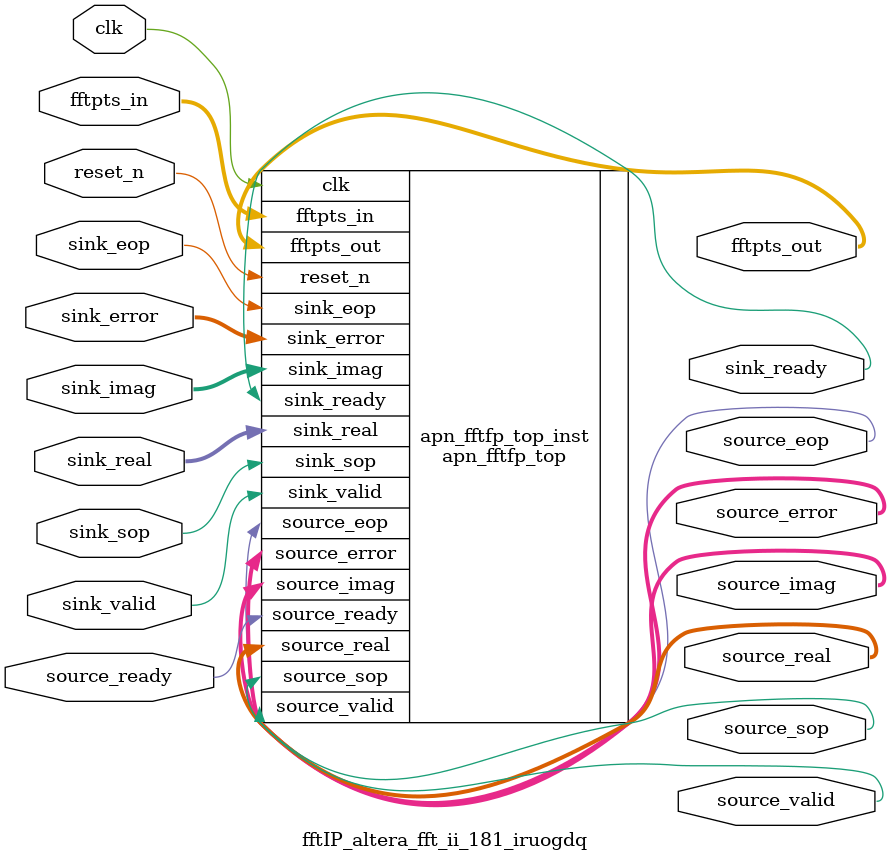
<source format=sv>



module fftIP_altera_fft_ii_181_iruogdq (
   input clk, 
   input reset_n,
	input [4 : 0] fftpts_in,
	input	sink_valid,
	input	sink_sop,
	input	sink_eop,
	input	logic [31 : 0] sink_real,
	input	logic [31 : 0] sink_imag,
	input	logic [1 : 0] sink_error,
	input	source_ready,
   output [4 : 0] fftpts_out,
	output sink_ready,
	output [1 : 0] source_error,
	output source_sop,
	output source_eop,
	output source_valid,
	output [31 : 0] source_real,
	output [31 : 0] source_imag
	);

	apn_fftfp_top #(
		.DEVICE_FAMILY_g("Stratix 10"),
		.MAX_FFTPTS_g(16),
		.NUM_STAGES_g(2),
		.DATAWIDTH_g(32),
		.TWIDWIDTH_g(32),
		.MAX_GROW_g (0),
		.TWIDROM_BASE_g("fftIP_altera_fft_ii_181_iruogdq_"),
		.DSP_ROUNDING_g(0),
		.INPUT_FORMAT_g("NATURAL_ORDER"),
		.OUTPUT_FORMAT_g("NATURAL_ORDER"),
		.REPRESENTATION_g("FLOATPT"),
		.DSP_ARCH_g(0),
        .PRUNE_g("2,0") 
	)
	apn_fftfp_top_inst (
		.clk(clk),
		.reset_n(reset_n),
		.fftpts_in(fftpts_in),
		.fftpts_out(fftpts_out),
		.sink_valid(sink_valid),
		.sink_sop(sink_sop),
		.sink_eop(sink_eop),
		.sink_real(sink_real),
		.sink_imag(sink_imag),
		.sink_ready(sink_ready),
		.sink_error(sink_error),
		.source_error(source_error),
		.source_ready(source_ready),
		.source_sop(source_sop),
		.source_eop(source_eop),
		.source_valid(source_valid),
		.source_real(source_real),
		.source_imag(source_imag)
	);
endmodule


</source>
